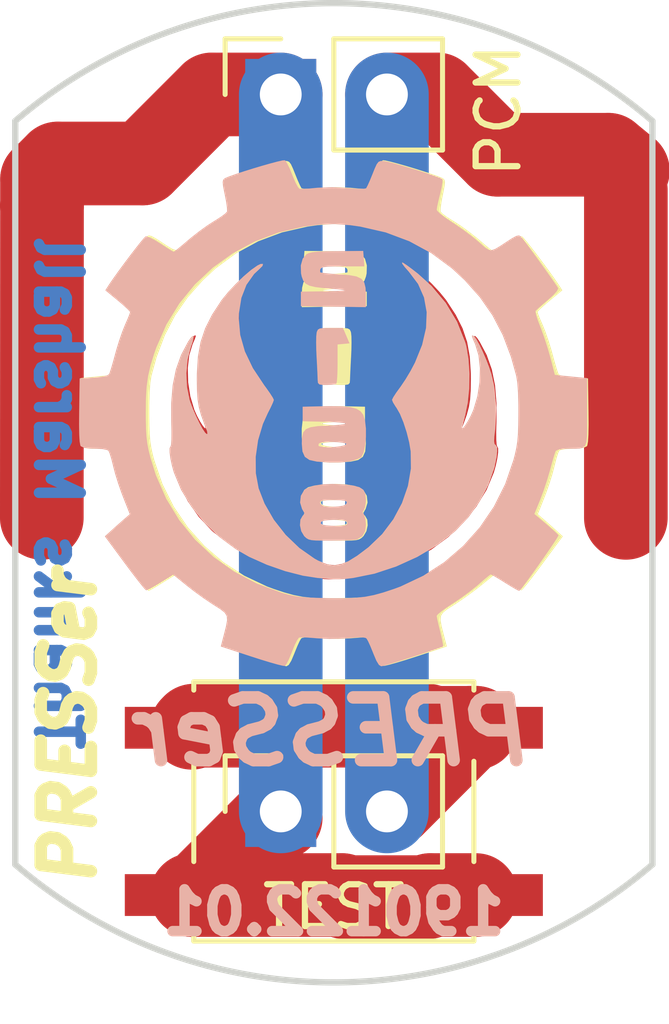
<source format=kicad_pcb>
(kicad_pcb (version 20171130) (host pcbnew "(5.0.2)-1")

  (general
    (thickness 1.6)
    (drawings 11)
    (tracks 29)
    (zones 0)
    (modules 8)
    (nets 3)
  )

  (page A4)
  (layers
    (0 F.Cu signal)
    (31 B.Cu signal)
    (32 B.Adhes user)
    (33 F.Adhes user)
    (34 B.Paste user)
    (35 F.Paste user)
    (36 B.SilkS user)
    (37 F.SilkS user)
    (38 B.Mask user)
    (39 F.Mask user)
    (40 Dwgs.User user)
    (41 Cmts.User user)
    (42 Eco1.User user)
    (43 Eco2.User user)
    (44 Edge.Cuts user)
    (45 Margin user)
    (46 B.CrtYd user)
    (47 F.CrtYd user hide)
    (48 B.Fab user)
    (49 F.Fab user)
  )

  (setup
    (last_trace_width 2)
    (trace_clearance 0.2)
    (zone_clearance 0.508)
    (zone_45_only no)
    (trace_min 0.2)
    (segment_width 0.2)
    (edge_width 0.15)
    (via_size 0.8)
    (via_drill 0.4)
    (via_min_size 0.4)
    (via_min_drill 0.3)
    (uvia_size 0.3)
    (uvia_drill 0.1)
    (uvias_allowed no)
    (uvia_min_size 0.2)
    (uvia_min_drill 0.1)
    (pcb_text_width 0.3)
    (pcb_text_size 1.5 1.5)
    (mod_edge_width 0.15)
    (mod_text_size 1 1)
    (mod_text_width 0.15)
    (pad_size 1.524 1.524)
    (pad_drill 0.762)
    (pad_to_mask_clearance 0.051)
    (solder_mask_min_width 0.25)
    (aux_axis_origin 0 0)
    (visible_elements 7FFFFFFF)
    (pcbplotparams
      (layerselection 0x010fc_ffffffff)
      (usegerberextensions false)
      (usegerberattributes false)
      (usegerberadvancedattributes false)
      (creategerberjobfile false)
      (excludeedgelayer true)
      (linewidth 0.100000)
      (plotframeref false)
      (viasonmask false)
      (mode 1)
      (useauxorigin false)
      (hpglpennumber 1)
      (hpglpenspeed 20)
      (hpglpendiameter 15.000000)
      (psnegative false)
      (psa4output false)
      (plotreference true)
      (plotvalue true)
      (plotinvisibletext false)
      (padsonsilk false)
      (subtractmaskfromsilk false)
      (outputformat 1)
      (mirror false)
      (drillshape 1)
      (scaleselection 1)
      (outputdirectory ""))
  )

  (net 0 "")
  (net 1 "Net-(J1-Pad2)")
  (net 2 "Net-(J1-Pad1)")

  (net_class Default "This is the default net class."
    (clearance 0.2)
    (trace_width 2)
    (via_dia 0.8)
    (via_drill 0.4)
    (uvia_dia 0.3)
    (uvia_drill 0.1)
    (add_net "Net-(J1-Pad1)")
    (add_net "Net-(J1-Pad2)")
  )

  (module Connector_PinSocket_2.54mm:PinSocket_1x02_P2.54mm_Vertical (layer F.Cu) (tedit 5C27F509) (tstamp 5C3566DC)
    (at 138.43 96.52 90)
    (descr "Through hole straight socket strip, 1x02, 2.54mm pitch, single row (from Kicad 4.0.7), script generated")
    (tags "Through hole socket strip THT 1x02 2.54mm single row")
    (path /5C27DFAF)
    (fp_text reference J1 (at 0 -2.77 90) (layer F.SilkS) hide
      (effects (font (size 1 1) (thickness 0.15)))
    )
    (fp_text value TEST (at 0 5.31 90) (layer F.Fab)
      (effects (font (size 1 1) (thickness 0.15)))
    )
    (fp_text user %R (at 0 1.27 180) (layer F.Fab)
      (effects (font (size 1 1) (thickness 0.15)))
    )
    (fp_line (start -1.8 4.3) (end -1.8 -1.8) (layer F.CrtYd) (width 0.05))
    (fp_line (start 1.75 4.3) (end -1.8 4.3) (layer F.CrtYd) (width 0.05))
    (fp_line (start 1.75 -1.8) (end 1.75 4.3) (layer F.CrtYd) (width 0.05))
    (fp_line (start -1.8 -1.8) (end 1.75 -1.8) (layer F.CrtYd) (width 0.05))
    (fp_line (start 0 -1.33) (end 1.33 -1.33) (layer F.SilkS) (width 0.12))
    (fp_line (start 1.33 -1.33) (end 1.33 0) (layer F.SilkS) (width 0.12))
    (fp_line (start 1.33 1.27) (end 1.33 3.87) (layer F.SilkS) (width 0.12))
    (fp_line (start -1.33 3.87) (end 1.33 3.87) (layer F.SilkS) (width 0.12))
    (fp_line (start -1.33 1.27) (end -1.33 3.87) (layer F.SilkS) (width 0.12))
    (fp_line (start -1.33 1.27) (end 1.33 1.27) (layer F.SilkS) (width 0.12))
    (fp_line (start -1.27 3.81) (end -1.27 -1.27) (layer F.Fab) (width 0.1))
    (fp_line (start 1.27 3.81) (end -1.27 3.81) (layer F.Fab) (width 0.1))
    (fp_line (start 1.27 -0.635) (end 1.27 3.81) (layer F.Fab) (width 0.1))
    (fp_line (start 0.635 -1.27) (end 1.27 -0.635) (layer F.Fab) (width 0.1))
    (fp_line (start -1.27 -1.27) (end 0.635 -1.27) (layer F.Fab) (width 0.1))
    (pad 2 thru_hole oval (at 0 2.54 90) (size 1.7 1.7) (drill 1) (layers *.Cu *.Mask)
      (net 1 "Net-(J1-Pad2)"))
    (pad 1 thru_hole rect (at 0 0 90) (size 1.7 1.7) (drill 1) (layers *.Cu *.Mask)
      (net 2 "Net-(J1-Pad1)"))
  )

  (module Connector_PinSocket_2.54mm:PinSocket_1x02_P2.54mm_Vertical (layer F.Cu) (tedit 5C2800A6) (tstamp 5C7EF313)
    (at 138.43 79.375 90)
    (descr "Through hole straight socket strip, 1x02, 2.54mm pitch, single row (from Kicad 4.0.7), script generated")
    (tags "Through hole socket strip THT 1x02 2.54mm single row")
    (path /5C27DD4F)
    (fp_text reference PCM (at -0.381 5.207 270) (layer F.SilkS)
      (effects (font (size 1 1) (thickness 0.15)))
    )
    (fp_text value PCM (at 0 5.31 90) (layer F.Fab)
      (effects (font (size 1 1) (thickness 0.15)))
    )
    (fp_line (start -1.27 -1.27) (end 0.635 -1.27) (layer F.Fab) (width 0.1))
    (fp_line (start 0.635 -1.27) (end 1.27 -0.635) (layer F.Fab) (width 0.1))
    (fp_line (start 1.27 -0.635) (end 1.27 3.81) (layer F.Fab) (width 0.1))
    (fp_line (start 1.27 3.81) (end -1.27 3.81) (layer F.Fab) (width 0.1))
    (fp_line (start -1.27 3.81) (end -1.27 -1.27) (layer F.Fab) (width 0.1))
    (fp_line (start -1.33 1.27) (end 1.33 1.27) (layer F.SilkS) (width 0.12))
    (fp_line (start -1.33 1.27) (end -1.33 3.87) (layer F.SilkS) (width 0.12))
    (fp_line (start -1.33 3.87) (end 1.33 3.87) (layer F.SilkS) (width 0.12))
    (fp_line (start 1.33 1.27) (end 1.33 3.87) (layer F.SilkS) (width 0.12))
    (fp_line (start 1.33 -1.33) (end 1.33 0) (layer F.SilkS) (width 0.12))
    (fp_line (start 0 -1.33) (end 1.33 -1.33) (layer F.SilkS) (width 0.12))
    (fp_line (start -1.8 -1.8) (end 1.75 -1.8) (layer F.CrtYd) (width 0.05))
    (fp_line (start 1.75 -1.8) (end 1.75 4.3) (layer F.CrtYd) (width 0.05))
    (fp_line (start 1.75 4.3) (end -1.8 4.3) (layer F.CrtYd) (width 0.05))
    (fp_line (start -1.8 4.3) (end -1.8 -1.8) (layer F.CrtYd) (width 0.05))
    (fp_text user %R (at 0 1.27 180) (layer F.Fab)
      (effects (font (size 1 1) (thickness 0.15)))
    )
    (pad 1 thru_hole rect (at 0 0 90) (size 1.7 1.7) (drill 1) (layers *.Cu *.Mask)
      (net 2 "Net-(J1-Pad1)"))
    (pad 2 thru_hole oval (at 0 2.54 90) (size 1.7 1.7) (drill 1) (layers *.Cu *.Mask)
      (net 1 "Net-(J1-Pad2)"))
  )

  (module Button_Switch_SMD:SW_SPST_EVQQ2 (layer F.Cu) (tedit 5C27F505) (tstamp 5C7EF088)
    (at 139.7 96.52)
    (descr "Light Touch Switch, https://industrial.panasonic.com/cdbs/www-data/pdf/ATK0000/ATK0000CE28.pdf")
    (path /5C27F20D)
    (attr smd)
    (fp_text reference TEST (at 0 2.286) (layer F.SilkS)
      (effects (font (size 1 1) (thickness 0.15)))
    )
    (fp_text value TEST (at 0 4.25) (layer F.Fab)
      (effects (font (size 1 1) (thickness 0.15)))
    )
    (fp_line (start -3.25 -3) (end 3.25 -3) (layer F.Fab) (width 0.1))
    (fp_line (start 3.25 -3) (end 3.25 3) (layer F.Fab) (width 0.1))
    (fp_line (start 3.25 3) (end -3.25 3) (layer F.Fab) (width 0.1))
    (fp_line (start -3.25 3) (end -3.25 -3) (layer F.Fab) (width 0.1))
    (fp_text user %R (at 0.05 -3.95) (layer F.Fab)
      (effects (font (size 1 1) (thickness 0.15)))
    )
    (fp_line (start -5.25 -3.25) (end 5.25 -3.25) (layer F.CrtYd) (width 0.05))
    (fp_line (start 5.25 -3.25) (end 5.25 3.25) (layer F.CrtYd) (width 0.05))
    (fp_line (start 5.25 3.25) (end -5.25 3.25) (layer F.CrtYd) (width 0.05))
    (fp_line (start -5.25 3.25) (end -5.25 -3.25) (layer F.CrtYd) (width 0.05))
    (fp_line (start 3.35 -3.1) (end 3.35 -2.9) (layer F.SilkS) (width 0.12))
    (fp_line (start 3.35 3.1) (end 3.35 2.9) (layer F.SilkS) (width 0.12))
    (fp_line (start -3.35 3.1) (end -3.35 2.9) (layer F.SilkS) (width 0.12))
    (fp_line (start -3.35 -3.1) (end -3.35 -2.9) (layer F.SilkS) (width 0.12))
    (fp_line (start -3.35 -1.2) (end -3.35 1.2) (layer F.SilkS) (width 0.12))
    (fp_line (start 3.35 -1.2) (end 3.35 1.2) (layer F.SilkS) (width 0.12))
    (fp_line (start 3.35 -3.1) (end -3.35 -3.1) (layer F.SilkS) (width 0.12))
    (fp_line (start -3.35 3.1) (end 3.35 3.1) (layer F.SilkS) (width 0.12))
    (fp_circle (center 0 0) (end 1.9 0) (layer F.Fab) (width 0.1))
    (fp_circle (center 0 0) (end 1.5 0) (layer F.Fab) (width 0.1))
    (pad 1 smd rect (at 3.4 -2) (size 3.2 1) (layers F.Cu F.Paste F.Mask)
      (net 1 "Net-(J1-Pad2)"))
    (pad 1 smd rect (at -3.4 -2) (size 3.2 1) (layers F.Cu F.Paste F.Mask)
      (net 1 "Net-(J1-Pad2)"))
    (pad 2 smd rect (at -3.4 2) (size 3.2 1) (layers F.Cu F.Paste F.Mask)
      (net 2 "Net-(J1-Pad1)"))
    (pad 2 smd rect (at 3.4 2) (size 3.2 1) (layers F.Cu F.Paste F.Mask)
      (net 2 "Net-(J1-Pad1)"))
    (model ${KISYS3DMOD}/Button_Switch_SMD.3dshapes/SW_SPST_EVQQ2.wrl
      (at (xyz 0 0 0))
      (scale (xyz 1 1 1))
      (rotate (xyz 0 0 0))
    )
  )

  (module small_gear_footprints:12mm_gear (layer F.Cu) (tedit 0) (tstamp 5C667004)
    (at 139.7 86.995)
    (fp_text reference G*** (at 0 0) (layer F.SilkS) hide
      (effects (font (size 1.524 1.524) (thickness 0.3)))
    )
    (fp_text value LOGO (at 0.75 0) (layer F.SilkS) hide
      (effects (font (size 1.524 1.524) (thickness 0.3)))
    )
    (fp_poly (pts (xy -0.075637 -3.868803) (xy 0.185473 -3.864867) (xy 0.375518 -3.856708) (xy 0.508052 -3.842986)
      (xy 0.596627 -3.822362) (xy 0.64945 -3.797127) (xy 0.740122 -3.69039) (xy 0.785218 -3.531415)
      (xy 0.780039 -3.342108) (xy 0.76352 -3.265314) (xy 0.727543 -3.168759) (xy 0.67059 -3.099223)
      (xy 0.578625 -3.050782) (xy 0.437611 -3.017513) (xy 0.233509 -2.993494) (xy 0.092876 -2.982339)
      (xy -0.075064 -2.968156) (xy -0.202923 -2.953338) (xy -0.273395 -2.940112) (xy -0.281275 -2.934164)
      (xy -0.233728 -2.92603) (xy -0.118477 -2.918275) (xy 0.047519 -2.911747) (xy 0.247299 -2.907291)
      (xy 0.260848 -2.907096) (xy 0.783166 -2.899833) (xy 0.783166 -2.561166) (xy -0.762 -2.53809)
      (xy -0.762 -2.816136) (xy -0.754373 -2.994953) (xy -0.723264 -3.122555) (xy -0.656335 -3.208681)
      (xy -0.541248 -3.263069) (xy -0.365665 -3.295458) (xy -0.130232 -3.314804) (xy 0.053414 -3.327763)
      (xy 0.203405 -3.341682) (xy 0.30102 -3.354625) (xy 0.328357 -3.362246) (xy 0.333582 -3.414096)
      (xy 0.324058 -3.448341) (xy 0.299485 -3.476656) (xy 0.242403 -3.495684) (xy 0.139188 -3.507083)
      (xy -0.023785 -3.51251) (xy -0.212773 -3.513666) (xy -0.724535 -3.513666) (xy -0.711518 -3.693583)
      (xy -0.6985 -3.8735) (xy -0.075637 -3.868803)) (layer F.SilkS) (width 0.01))
    (fp_poly (pts (xy 0.238101 -2.030107) (xy 0.32963 -2.019909) (xy 0.376912 -1.994632) (xy 0.400152 -1.947498)
      (xy 0.406709 -1.923136) (xy 0.415787 -1.836233) (xy 0.418586 -1.688167) (xy 0.415024 -1.502217)
      (xy 0.408715 -1.362219) (xy 0.398018 -1.162447) (xy 0.389306 -0.983274) (xy 0.38369 -0.848465)
      (xy 0.382199 -0.79375) (xy 0.375519 -0.723904) (xy 0.342529 -0.689627) (xy 0.26096 -0.678326)
      (xy 0.176388 -0.677333) (xy 0.05098 -0.682733) (xy -0.036355 -0.696452) (xy -0.056445 -0.705555)
      (xy -0.067968 -0.75706) (xy -0.077219 -0.874504) (xy -0.083109 -1.039171) (xy -0.084667 -1.189833)
      (xy -0.084667 -1.645889) (xy -0.226642 -1.659028) (xy -0.368616 -1.672166) (xy -0.291878 -1.852083)
      (xy -0.215139 -2.032) (xy 0.082124 -2.032) (xy 0.238101 -2.030107)) (layer F.SilkS) (width 0.01))
    (fp_poly (pts (xy 0.221064 -0.160062) (xy 0.740833 -0.148166) (xy 0.740833 0.1905) (xy 0.22225 0.202386)
      (xy 0.023948 0.209701) (xy -0.139347 0.220996) (xy -0.251443 0.23477) (xy -0.296146 0.24952)
      (xy -0.296334 0.250502) (xy -0.256934 0.266884) (xy -0.150435 0.282764) (xy 0.005609 0.296049)
      (xy 0.144764 0.303059) (xy 0.386015 0.316606) (xy 0.555201 0.342138) (xy 0.664857 0.388247)
      (xy 0.727517 0.463529) (xy 0.755715 0.576575) (xy 0.762 0.726228) (xy 0.74603 0.917113)
      (xy 0.689907 1.042516) (xy 0.581312 1.116913) (xy 0.407922 1.154784) (xy 0.396189 1.156102)
      (xy 0.098913 1.177357) (xy -0.167072 1.175104) (xy -0.382337 1.150049) (xy -0.4794 1.124248)
      (xy -0.583828 1.084519) (xy -0.64694 1.056251) (xy -0.653583 1.051656) (xy -0.707375 0.941403)
      (xy -0.74429 0.77378) (xy -0.747415 0.740834) (xy -0.307956 0.740834) (xy -0.262107 0.772555)
      (xy -0.156943 0.797496) (xy -0.017662 0.814021) (xy 0.130543 0.820495) (xy 0.262473 0.815284)
      (xy 0.352935 0.796752) (xy 0.372142 0.784968) (xy 0.369732 0.738908) (xy 0.352909 0.716976)
      (xy 0.294158 0.696994) (xy 0.183992 0.686635) (xy 0.046299 0.685038) (xy -0.095037 0.691338)
      (xy -0.216126 0.704675) (xy -0.293083 0.724186) (xy -0.307956 0.740834) (xy -0.747415 0.740834)
      (xy -0.763186 0.574608) (xy -0.762924 0.369708) (xy -0.742361 0.184903) (xy -0.700355 0.046013)
      (xy -0.698218 0.041787) (xy -0.636619 -0.039547) (xy -0.541113 -0.098203) (xy -0.400605 -0.136617)
      (xy -0.204002 -0.157225) (xy 0.059791 -0.162462) (xy 0.221064 -0.160062)) (layer F.SilkS) (width 0.01))
    (fp_poly (pts (xy 0.291074 1.709223) (xy 0.506017 1.747104) (xy 0.659361 1.80871) (xy 0.704428 1.84358)
      (xy 0.78435 1.978105) (xy 0.802432 2.138954) (xy 0.75597 2.291857) (xy 0.741611 2.314376)
      (xy 0.701376 2.386568) (xy 0.717261 2.433675) (xy 0.741611 2.455979) (xy 0.795322 2.549533)
      (xy 0.805531 2.682267) (xy 0.77492 2.822399) (xy 0.706169 2.938148) (xy 0.700424 2.944091)
      (xy 0.653535 2.986876) (xy 0.603017 3.015828) (xy 0.532429 3.03351) (xy 0.425333 3.042482)
      (xy 0.265287 3.045305) (xy 0.05484 3.044658) (xy -0.155427 3.041635) (xy -0.338151 3.035796)
      (xy -0.474914 3.027954) (xy -0.547301 3.018921) (xy -0.550334 3.017967) (xy -0.678006 2.940998)
      (xy -0.745437 2.818566) (xy -0.762 2.668906) (xy -0.75824 2.62204) (xy -0.332997 2.62204)
      (xy -0.318679 2.665094) (xy -0.257895 2.691311) (xy -0.123301 2.702445) (xy 0.014183 2.700532)
      (xy 0.179051 2.689756) (xy 0.274009 2.67167) (xy 0.313732 2.642604) (xy 0.3175 2.624667)
      (xy 0.297473 2.588684) (xy 0.2276 2.56573) (xy 0.093192 2.551976) (xy 0.025363 2.548504)
      (xy -0.173608 2.549581) (xy -0.292551 2.573921) (xy -0.332997 2.62204) (xy -0.75824 2.62204)
      (xy -0.751653 2.539966) (xy -0.725547 2.443847) (xy -0.7112 2.421467) (xy -0.682198 2.36386)
      (xy -0.7112 2.319867) (xy -0.741461 2.249547) (xy -0.759642 2.129981) (xy -0.759994 2.120535)
      (xy -0.316698 2.120535) (xy -0.306808 2.165318) (xy -0.290783 2.186855) (xy -0.224184 2.21761)
      (xy -0.103708 2.237514) (xy 0.040355 2.244893) (xy 0.177713 2.23807) (xy 0.271704 2.217971)
      (xy 0.330096 2.165369) (xy 0.338666 2.133304) (xy 0.317513 2.101295) (xy 0.244951 2.082717)
      (xy 0.107326 2.074977) (xy 0.028222 2.074334) (xy -0.15859 2.078361) (xy -0.270427 2.092656)
      (xy -0.316698 2.120535) (xy -0.759994 2.120535) (xy -0.762 2.066843) (xy -0.749652 1.93215)
      (xy -0.703811 1.838484) (xy -0.611287 1.776389) (xy -0.458888 1.736413) (xy -0.267201 1.712257)
      (xy 0.028635 1.696972) (xy 0.291074 1.709223)) (layer F.SilkS) (width 0.01))
    (fp_poly (pts (xy 1.23083 -6.03667) (xy 1.350842 -6.009437) (xy 1.51801 -5.96521) (xy 1.715788 -5.908988)
      (xy 1.92763 -5.845767) (xy 2.136987 -5.780545) (xy 2.327314 -5.718319) (xy 2.482064 -5.664087)
      (xy 2.58469 -5.622846) (xy 2.612985 -5.607466) (xy 2.643002 -5.575621) (xy 2.654347 -5.524941)
      (xy 2.646545 -5.436721) (xy 2.619123 -5.29226) (xy 2.603096 -5.217047) (xy 2.571244 -5.051159)
      (xy 2.552097 -4.913466) (xy 2.548715 -4.827588) (xy 2.551143 -4.815688) (xy 2.596448 -4.76786)
      (xy 2.696212 -4.693804) (xy 2.830631 -4.607956) (xy 2.859694 -4.590779) (xy 3.023686 -4.485235)
      (xy 3.217077 -4.345968) (xy 3.407251 -4.196891) (xy 3.477185 -4.138083) (xy 3.616735 -4.019439)
      (xy 3.731864 -3.924862) (xy 3.80813 -3.866021) (xy 3.830857 -3.852333) (xy 3.874059 -3.87421)
      (xy 3.969491 -3.932467) (xy 4.099253 -4.01605) (xy 4.14757 -4.047978) (xy 4.289485 -4.135527)
      (xy 4.409291 -4.197051) (xy 4.486796 -4.222586) (xy 4.499357 -4.221533) (xy 4.53991 -4.18257)
      (xy 4.619569 -4.088126) (xy 4.72819 -3.951591) (xy 4.855628 -3.786349) (xy 4.991737 -3.605789)
      (xy 5.126373 -3.423299) (xy 5.24939 -3.252264) (xy 5.350644 -3.106074) (xy 5.390564 -3.045505)
      (xy 5.460137 -2.937177) (xy 5.164235 -2.693747) (xy 5.033514 -2.582691) (xy 4.932329 -2.490033)
      (xy 4.875502 -2.429671) (xy 4.868333 -2.416347) (xy 4.884704 -2.363364) (xy 4.927727 -2.256319)
      (xy 4.988265 -2.117882) (xy 4.991377 -2.111009) (xy 5.057887 -1.94566) (xy 5.13144 -1.73353)
      (xy 5.199982 -1.510321) (xy 5.225596 -1.417237) (xy 5.275619 -1.233573) (xy 5.321435 -1.076742)
      (xy 5.356819 -0.967472) (xy 5.371512 -0.931333) (xy 5.424633 -0.893053) (xy 5.541921 -0.865747)
      (xy 5.733353 -0.847127) (xy 5.740543 -0.846666) (xy 6.074833 -0.8255) (xy 6.086391 -0.047845)
      (xy 6.088811 0.272495) (xy 6.085192 0.512582) (xy 6.075347 0.676627) (xy 6.05909 0.768841)
      (xy 6.049457 0.788238) (xy 5.969521 0.82651) (xy 5.80905 0.844852) (xy 5.715 0.846667)
      (xy 5.538376 0.854877) (xy 5.422625 0.877996) (xy 5.386969 0.899584) (xy 5.357923 0.964652)
      (xy 5.319829 1.087936) (xy 5.280222 1.244622) (xy 5.274499 1.27) (xy 5.226151 1.454042)
      (xy 5.156161 1.678702) (xy 5.076424 1.906857) (xy 5.039656 2.002991) (xy 4.875218 2.418482)
      (xy 5.007392 2.532158) (xy 5.120957 2.63146) (xy 5.253386 2.749471) (xy 5.305642 2.796672)
      (xy 5.471717 2.94751) (xy 4.997009 3.590422) (xy 4.846584 3.791777) (xy 4.712092 3.967326)
      (xy 4.601921 4.106484) (xy 4.524454 4.198668) (xy 4.488076 4.233294) (xy 4.487662 4.233334)
      (xy 4.437987 4.212456) (xy 4.335734 4.156827) (xy 4.19988 4.076954) (xy 4.147888 4.045205)
      (xy 3.842754 3.857077) (xy 3.51923 4.120412) (xy 3.329201 4.267754) (xy 3.113608 4.423777)
      (xy 2.912129 4.559993) (xy 2.867853 4.588088) (xy 2.709422 4.689039) (xy 2.608496 4.769454)
      (xy 2.557481 4.85041) (xy 2.548784 4.95298) (xy 2.574812 5.098241) (xy 2.619925 5.276243)
      (xy 2.6984 5.57832) (xy 1.961789 5.820045) (xy 1.72432 5.896028) (xy 1.512953 5.959989)
      (xy 1.341405 6.00807) (xy 1.223394 6.036418) (xy 1.173505 6.041614) (xy 1.135454 5.994726)
      (xy 1.080648 5.888322) (xy 1.01943 5.743096) (xy 1.004275 5.702987) (xy 0.942738 5.551121)
      (xy 0.884524 5.432796) (xy 0.840149 5.368777) (xy 0.832466 5.363698) (xy 0.767805 5.358355)
      (xy 0.641958 5.362013) (xy 0.477822 5.373776) (xy 0.409036 5.3803) (xy 0.099703 5.396221)
      (xy -0.228599 5.387547) (xy -0.350455 5.377338) (xy -0.550969 5.359877) (xy -0.682207 5.357364)
      (xy -0.758294 5.370156) (xy -0.78629 5.388395) (xy -0.822625 5.451062) (xy -0.877 5.569622)
      (xy -0.938656 5.720351) (xy -0.948814 5.74675) (xy -1.022011 5.920113) (xy -1.082055 6.018467)
      (xy -1.133733 6.049548) (xy -1.136158 6.049476) (xy -1.198228 6.035434) (xy -1.325872 5.999177)
      (xy -1.504308 5.945156) (xy -1.718753 5.877824) (xy -1.898067 5.820048) (xy -2.125587 5.74529)
      (xy -2.323686 5.67895) (xy -2.478898 5.62564) (xy -2.577753 5.58997) (xy -2.607208 5.577237)
      (xy -2.605624 5.53099) (xy -2.585878 5.423614) (xy -2.551935 5.275707) (xy -2.540058 5.228393)
      (xy -2.500298 5.066902) (xy -2.470545 4.934571) (xy -2.45599 4.85483) (xy -2.455334 4.845897)
      (xy -2.489063 4.803341) (xy -2.580191 4.728659) (xy -2.713634 4.633476) (xy -2.830258 4.556991)
      (xy -3.026029 4.425681) (xy -3.229564 4.277407) (xy -3.407506 4.136855) (xy -3.466859 4.085822)
      (xy -3.589908 3.978507) (xy -3.68842 3.897207) (xy -3.746031 3.855264) (xy -3.753215 3.852334)
      (xy -3.797693 3.873541) (xy -3.895689 3.930251) (xy -4.02956 4.012091) (xy -4.095324 4.053417)
      (xy -4.23859 4.142026) (xy -4.353114 4.208833) (xy -4.421617 4.243939) (xy -4.432812 4.246762)
      (xy -4.467746 4.209441) (xy -4.540332 4.116266) (xy -4.641303 3.980356) (xy -4.761389 3.814828)
      (xy -4.891324 3.632798) (xy -5.02184 3.447384) (xy -5.143669 3.271703) (xy -5.247543 3.118873)
      (xy -5.324194 3.00201) (xy -5.364355 2.934233) (xy -5.368012 2.923117) (xy -5.33179 2.882715)
      (xy -5.246096 2.802814) (xy -5.12669 2.697888) (xy -5.072978 2.65212) (xy -4.790789 2.41374)
      (xy -4.9331 2.06412) (xy -5.014145 1.847705) (xy -5.09725 1.597832) (xy -5.166179 1.363709)
      (xy -5.174159 1.3335) (xy -5.221085 1.160131) (xy -5.26393 1.015397) (xy -5.296145 0.920866)
      (xy -5.305953 0.899584) (xy -5.370853 0.867317) (xy -5.511276 0.849678) (xy -5.62937 0.846667)
      (xy -5.772415 0.847719) (xy -5.879234 0.843726) (xy -5.955084 0.823961) (xy -6.005225 0.777699)
      (xy -6.034913 0.694215) (xy -6.049408 0.562782) (xy -6.053966 0.372676) (xy -6.053847 0.113171)
      (xy -6.053722 0.021167) (xy -4.418805 0.021167) (xy -4.415382 0.294975) (xy -4.407578 0.506604)
      (xy -4.39297 0.678519) (xy -4.369136 0.833185) (xy -4.333655 0.993067) (xy -4.300127 1.121834)
      (xy -4.102035 1.698138) (xy -3.831683 2.236973) (xy -3.494853 2.732097) (xy -3.097326 3.177271)
      (xy -2.644883 3.566255) (xy -2.143306 3.892808) (xy -1.598375 4.150692) (xy -1.439334 4.209562)
      (xy -1.183071 4.294377) (xy -0.959066 4.355895) (xy -0.745086 4.397186) (xy -0.5189 4.421321)
      (xy -0.258278 4.43137) (xy 0.059014 4.430405) (xy 0.148166 4.428835) (xy 0.427847 4.421963)
      (xy 0.64282 4.412284) (xy 0.813044 4.397479) (xy 0.958477 4.375227) (xy 1.099078 4.343209)
      (xy 1.248833 4.30089) (xy 1.842023 4.081613) (xy 2.387663 3.794458) (xy 2.881714 3.443566)
      (xy 3.32014 3.033082) (xy 3.698903 2.567148) (xy 4.013966 2.049907) (xy 4.261291 1.485503)
      (xy 4.388028 1.0795) (xy 4.433403 0.897098) (xy 4.464993 0.735531) (xy 4.485309 0.571268)
      (xy 4.496861 0.380779) (xy 4.502161 0.140534) (xy 4.503225 0) (xy 4.499645 -0.344995)
      (xy 4.482373 -0.632298) (xy 4.447145 -0.888355) (xy 4.389698 -1.139615) (xy 4.305768 -1.412525)
      (xy 4.249485 -1.573888) (xy 4.009236 -2.121039) (xy 3.699498 -2.625206) (xy 3.326494 -3.081295)
      (xy 2.896449 -3.484214) (xy 2.415587 -3.828872) (xy 1.890132 -4.110175) (xy 1.326308 -4.323032)
      (xy 0.730339 -4.462351) (xy 0.71613 -4.464678) (xy 0.326531 -4.513881) (xy -0.029518 -4.525128)
      (xy -0.394149 -4.498418) (xy -0.631465 -4.464678) (xy -1.240607 -4.325883) (xy -1.808279 -4.113386)
      (xy -2.336245 -3.82628) (xy -2.826273 -3.463657) (xy -3.133329 -3.178926) (xy -3.497324 -2.770007)
      (xy -3.7982 -2.337211) (xy -4.043586 -1.86638) (xy -4.241111 -1.343354) (xy -4.367117 -0.889)
      (xy -4.392961 -0.724405) (xy -4.410273 -0.485694) (xy -4.418473 -0.183044) (xy -4.418805 0.021167)
      (xy -6.053722 0.021167) (xy -6.053667 -0.018825) (xy -6.053667 -0.832926) (xy -5.668119 -0.871546)
      (xy -5.282572 -0.910166) (xy -5.178991 -1.312333) (xy -5.114138 -1.540736) (xy -5.034252 -1.788793)
      (xy -4.954111 -2.011257) (xy -4.934989 -2.059486) (xy -4.874853 -2.218455) (xy -4.834004 -2.348813)
      (xy -4.818441 -2.43029) (xy -4.820867 -2.445027) (xy -4.864034 -2.489528) (xy -4.955407 -2.571816)
      (xy -5.077491 -2.676273) (xy -5.114735 -2.707317) (xy -5.246406 -2.825154) (xy -5.332349 -2.920336)
      (xy -5.361677 -2.98055) (xy -5.360636 -2.985513) (xy -5.33033 -3.034921) (xy -5.259742 -3.138386)
      (xy -5.158967 -3.281919) (xy -5.038105 -3.451533) (xy -4.907252 -3.633239) (xy -4.776506 -3.813048)
      (xy -4.655964 -3.976972) (xy -4.555724 -4.111022) (xy -4.485883 -4.20121) (xy -4.465796 -4.225176)
      (xy -4.425675 -4.246263) (xy -4.361434 -4.231076) (xy -4.2567 -4.173612) (xy -4.165896 -4.11521)
      (xy -3.988694 -3.997999) (xy -3.864747 -3.923773) (xy -3.774853 -3.891713) (xy -3.699815 -3.901001)
      (xy -3.62043 -3.950819) (xy -3.517498 -4.040347) (xy -3.467302 -4.085426) (xy -3.309947 -4.215508)
      (xy -3.112956 -4.363697) (xy -2.909724 -4.50527) (xy -2.830258 -4.55699) (xy -2.659984 -4.671398)
      (xy -2.534604 -4.768846) (xy -2.465711 -4.839848) (xy -2.456059 -4.863252) (xy -2.466636 -4.935645)
      (xy -2.493916 -5.064024) (xy -2.532364 -5.22268) (xy -2.539101 -5.248842) (xy -2.574512 -5.402581)
      (xy -2.593929 -5.523356) (xy -2.59404 -5.589259) (xy -2.591292 -5.594085) (xy -2.535131 -5.621589)
      (xy -2.414501 -5.666438) (xy -2.246522 -5.723361) (xy -2.048315 -5.787089) (xy -1.837002 -5.852351)
      (xy -1.629702 -5.913878) (xy -1.443538 -5.966401) (xy -1.295629 -6.004648) (xy -1.203098 -6.023351)
      (xy -1.193847 -6.024223) (xy -1.122871 -6.024628) (xy -1.07275 -6.005145) (xy -1.029915 -5.950006)
      (xy -0.980791 -5.84344) (xy -0.931159 -5.719012) (xy -0.869052 -5.567047) (xy -0.814998 -5.445973)
      (xy -0.778796 -5.377466) (xy -0.774041 -5.37144) (xy -0.719675 -5.36085) (xy -0.601444 -5.360273)
      (xy -0.439512 -5.369367) (xy -0.333579 -5.37893) (xy 0.039658 -5.399133) (xy 0.391845 -5.38459)
      (xy 0.424199 -5.381191) (xy 0.592495 -5.365306) (xy 0.730918 -5.357648) (xy 0.816001 -5.359339)
      (xy 0.827759 -5.361891) (xy 0.866272 -5.408585) (xy 0.922063 -5.514716) (xy 0.984657 -5.659731)
      (xy 1.000875 -5.70159) (xy 1.063598 -5.853503) (xy 1.122359 -5.972014) (xy 1.166644 -6.036518)
      (xy 1.174521 -6.041912) (xy 1.23083 -6.03667)) (layer F.SilkS) (width 0.01))
  )

  (module small_gear_footprints:12mm_wings_fcu (layer F.Cu) (tedit 5C27FDBF) (tstamp 5C72B075)
    (at 139.7 86.995)
    (fp_text reference G*** (at 0 0) (layer F.SilkS) hide
      (effects (font (size 1.524 1.524) (thickness 0.3)))
    )
    (fp_text value LOGO (at 0.75 0) (layer F.SilkS) hide
      (effects (font (size 1.524 1.524) (thickness 0.3)))
    )
    (fp_poly (pts (xy -1.642923 -3.57059) (xy -1.697262 -3.497556) (xy -1.787757 -3.394525) (xy -1.796335 -3.385315)
      (xy -2.018269 -3.090662) (xy -2.161303 -2.766446) (xy -2.225342 -2.414056) (xy -2.210291 -2.034883)
      (xy -2.116056 -1.630315) (xy -1.944841 -1.2065) (xy -1.841233 -1.010188) (xy -1.719028 -0.805378)
      (xy -1.602591 -0.632614) (xy -1.589181 -0.614666) (xy -1.496305 -0.486609) (xy -1.428091 -0.38168)
      (xy -1.397534 -0.320074) (xy -1.397 -0.315974) (xy -1.420396 -0.25595) (xy -1.478952 -0.16065)
      (xy -1.504157 -0.125207) (xy -1.586383 0.019352) (xy -1.669873 0.222239) (xy -1.746224 0.457668)
      (xy -1.807034 0.699855) (xy -1.84298 0.914659) (xy -1.848391 1.326336) (xy -1.776892 1.743322)
      (xy -1.634247 2.152663) (xy -1.426219 2.541403) (xy -1.158572 2.896587) (xy -0.837068 3.205259)
      (xy -0.816677 3.221631) (xy -0.559209 3.415189) (xy -0.343494 3.547933) (xy -0.15547 3.622718)
      (xy 0.018921 3.642397) (xy 0.193741 3.609824) (xy 0.383049 3.527851) (xy 0.465898 3.481917)
      (xy 0.826266 3.229227) (xy 1.154594 2.914213) (xy 1.437453 2.553773) (xy 1.661416 2.164805)
      (xy 1.803052 1.799167) (xy 1.870044 1.438792) (xy 1.873457 1.047316) (xy 1.815931 0.646402)
      (xy 1.700103 0.25771) (xy 1.584104 0.001386) (xy 1.513243 -0.138281) (xy 1.461646 -0.250768)
      (xy 1.43953 -0.313653) (xy 1.439333 -0.316321) (xy 1.463359 -0.367781) (xy 1.52763 -0.468281)
      (xy 1.620436 -0.600007) (xy 1.668467 -0.664831) (xy 1.940706 -1.074511) (xy 2.131811 -1.473984)
      (xy 2.243798 -1.868998) (xy 2.278684 -2.265303) (xy 2.273992 -2.391833) (xy 2.215816 -2.755594)
      (xy 2.094063 -3.069222) (xy 1.910761 -3.328321) (xy 1.788583 -3.442656) (xy 1.710113 -3.520989)
      (xy 1.699463 -3.564279) (xy 1.752017 -3.561797) (xy 1.824689 -3.526643) (xy 1.975269 -3.420919)
      (xy 2.155627 -3.267047) (xy 2.345193 -3.084948) (xy 2.5234 -2.894545) (xy 2.669678 -2.715761)
      (xy 2.688313 -2.69017) (xy 2.911199 -2.34925) (xy 3.074031 -2.026795) (xy 3.183844 -1.700135)
      (xy 3.247672 -1.346598) (xy 3.272549 -0.943515) (xy 3.27345 -0.804333) (xy 3.269176 -0.538582)
      (xy 3.25506 -0.327761) (xy 3.225508 -0.143782) (xy 3.174922 0.04144) (xy 3.097708 0.255993)
      (xy 3.026754 0.433917) (xy 3.019802 0.494423) (xy 3.038227 0.508) (xy 3.080934 0.471537)
      (xy 3.145256 0.374127) (xy 3.222138 0.233745) (xy 3.30253 0.068363) (xy 3.377378 -0.104047)
      (xy 3.437631 -0.265513) (xy 3.454006 -0.3175) (xy 3.515423 -0.624706) (xy 3.531914 -0.955083)
      (xy 3.504035 -1.276639) (xy 3.432394 -1.557257) (xy 3.377346 -1.720505) (xy 3.357813 -1.816993)
      (xy 3.372774 -1.843612) (xy 3.421207 -1.797249) (xy 3.481879 -1.707916) (xy 3.651682 -1.388123)
      (xy 3.773788 -1.044838) (xy 3.851085 -0.664415) (xy 3.886462 -0.233211) (xy 3.885258 0.197666)
      (xy 3.879482 0.449275) (xy 3.880996 0.639236) (xy 3.889546 0.760063) (xy 3.904881 0.804265)
      (xy 3.905637 0.804334) (xy 3.925725 0.841844) (xy 3.92463 0.94186) (xy 3.904879 1.085606)
      (xy 3.868998 1.254309) (xy 3.823043 1.418167) (xy 3.650546 1.832777) (xy 3.404489 2.236176)
      (xy 3.095972 2.615941) (xy 2.736094 2.959645) (xy 2.335955 3.254863) (xy 2.022691 3.433681)
      (xy 1.600594 3.6223) (xy 1.162426 3.775239) (xy 0.734888 3.884246) (xy 0.394325 3.936738)
      (xy 0.171919 3.95729) (xy 0.007102 3.968373) (xy -0.126671 3.970009) (xy -0.255943 3.962218)
      (xy -0.407259 3.94502) (xy -0.465667 3.937401) (xy -0.973905 3.834472) (xy -1.490255 3.663917)
      (xy -1.993247 3.435642) (xy -2.461408 3.15955) (xy -2.873266 2.845548) (xy -2.916987 2.806605)
      (xy -3.224873 2.480842) (xy -3.487669 2.108722) (xy -3.695005 1.708894) (xy -3.836508 1.300009)
      (xy -3.884138 1.067338) (xy -3.902908 0.913159) (xy -3.901141 0.822584) (xy -3.877757 0.776817)
      (xy -3.866988 0.769359) (xy -3.84038 0.738336) (xy -3.830126 0.673333) (xy -3.835774 0.557797)
      (xy -3.856332 0.379355) (xy -3.882309 -0.131395) (xy -3.831268 -0.639384) (xy -3.76643 -0.92553)
      (xy -3.712431 -1.093537) (xy -3.640588 -1.280698) (xy -3.559747 -1.467779) (xy -3.478756 -1.635544)
      (xy -3.406463 -1.764762) (xy -3.351714 -1.836198) (xy -3.345388 -1.840848) (xy -3.312671 -1.855801)
      (xy -3.30752 -1.834958) (xy -3.332739 -1.76425) (xy -3.384536 -1.644511) (xy -3.463652 -1.382778)
      (xy -3.498182 -1.072374) (xy -3.488815 -0.736171) (xy -3.436243 -0.397042) (xy -3.341155 -0.077859)
      (xy -3.33692 -0.066959) (xy -3.277812 0.065838) (xy -3.208977 0.194913) (xy -3.142381 0.300826)
      (xy -3.089988 0.36414) (xy -3.066915 0.371693) (xy -3.07072 0.327239) (xy -3.093565 0.222181)
      (xy -3.130829 0.077209) (xy -3.140737 0.041172) (xy -3.200496 -0.252745) (xy -3.2333 -0.5895)
      (xy -3.239161 -0.941408) (xy -3.218092 -1.280783) (xy -3.170105 -1.579937) (xy -3.139958 -1.693333)
      (xy -2.944253 -2.183437) (xy -2.674752 -2.633047) (xy -2.333689 -3.038922) (xy -2.012517 -3.328595)
      (xy -1.867619 -3.441627) (xy -1.745684 -3.531364) (xy -1.662548 -3.586455) (xy -1.636233 -3.598333)
      (xy -1.642923 -3.57059)) (layer F.Cu) (width 0.01))
  )

  (module small_gear_footprints:12mm_wings_fmask (layer F.Cu) (tedit 5C27FE22) (tstamp 5C7EEF3A)
    (at 139.7 86.995)
    (fp_text reference G*** (at 0 0) (layer F.SilkS) hide
      (effects (font (size 1.524 1.524) (thickness 0.3)))
    )
    (fp_text value LOGO (at 0.75 0) (layer F.SilkS) hide
      (effects (font (size 1.524 1.524) (thickness 0.3)))
    )
    (fp_poly (pts (xy -1.642923 -3.57059) (xy -1.697262 -3.497556) (xy -1.787757 -3.394525) (xy -1.796335 -3.385315)
      (xy -2.018269 -3.090662) (xy -2.161303 -2.766446) (xy -2.225342 -2.414056) (xy -2.210291 -2.034883)
      (xy -2.116056 -1.630315) (xy -1.944841 -1.2065) (xy -1.841233 -1.010188) (xy -1.719028 -0.805378)
      (xy -1.602591 -0.632614) (xy -1.589181 -0.614666) (xy -1.496305 -0.486609) (xy -1.428091 -0.38168)
      (xy -1.397534 -0.320074) (xy -1.397 -0.315974) (xy -1.420396 -0.25595) (xy -1.478952 -0.16065)
      (xy -1.504157 -0.125207) (xy -1.586383 0.019352) (xy -1.669873 0.222239) (xy -1.746224 0.457668)
      (xy -1.807034 0.699855) (xy -1.84298 0.914659) (xy -1.848391 1.326336) (xy -1.776892 1.743322)
      (xy -1.634247 2.152663) (xy -1.426219 2.541403) (xy -1.158572 2.896587) (xy -0.837068 3.205259)
      (xy -0.816677 3.221631) (xy -0.559209 3.415189) (xy -0.343494 3.547933) (xy -0.15547 3.622718)
      (xy 0.018921 3.642397) (xy 0.193741 3.609824) (xy 0.383049 3.527851) (xy 0.465898 3.481917)
      (xy 0.826266 3.229227) (xy 1.154594 2.914213) (xy 1.437453 2.553773) (xy 1.661416 2.164805)
      (xy 1.803052 1.799167) (xy 1.870044 1.438792) (xy 1.873457 1.047316) (xy 1.815931 0.646402)
      (xy 1.700103 0.25771) (xy 1.584104 0.001386) (xy 1.513243 -0.138281) (xy 1.461646 -0.250768)
      (xy 1.43953 -0.313653) (xy 1.439333 -0.316321) (xy 1.463359 -0.367781) (xy 1.52763 -0.468281)
      (xy 1.620436 -0.600007) (xy 1.668467 -0.664831) (xy 1.940706 -1.074511) (xy 2.131811 -1.473984)
      (xy 2.243798 -1.868998) (xy 2.278684 -2.265303) (xy 2.273992 -2.391833) (xy 2.215816 -2.755594)
      (xy 2.094063 -3.069222) (xy 1.910761 -3.328321) (xy 1.788583 -3.442656) (xy 1.710113 -3.520989)
      (xy 1.699463 -3.564279) (xy 1.752017 -3.561797) (xy 1.824689 -3.526643) (xy 1.975269 -3.420919)
      (xy 2.155627 -3.267047) (xy 2.345193 -3.084948) (xy 2.5234 -2.894545) (xy 2.669678 -2.715761)
      (xy 2.688313 -2.69017) (xy 2.911199 -2.34925) (xy 3.074031 -2.026795) (xy 3.183844 -1.700135)
      (xy 3.247672 -1.346598) (xy 3.272549 -0.943515) (xy 3.27345 -0.804333) (xy 3.269176 -0.538582)
      (xy 3.25506 -0.327761) (xy 3.225508 -0.143782) (xy 3.174922 0.04144) (xy 3.097708 0.255993)
      (xy 3.026754 0.433917) (xy 3.019802 0.494423) (xy 3.038227 0.508) (xy 3.080934 0.471537)
      (xy 3.145256 0.374127) (xy 3.222138 0.233745) (xy 3.30253 0.068363) (xy 3.377378 -0.104047)
      (xy 3.437631 -0.265513) (xy 3.454006 -0.3175) (xy 3.515423 -0.624706) (xy 3.531914 -0.955083)
      (xy 3.504035 -1.276639) (xy 3.432394 -1.557257) (xy 3.377346 -1.720505) (xy 3.357813 -1.816993)
      (xy 3.372774 -1.843612) (xy 3.421207 -1.797249) (xy 3.481879 -1.707916) (xy 3.651682 -1.388123)
      (xy 3.773788 -1.044838) (xy 3.851085 -0.664415) (xy 3.886462 -0.233211) (xy 3.885258 0.197666)
      (xy 3.879482 0.449275) (xy 3.880996 0.639236) (xy 3.889546 0.760063) (xy 3.904881 0.804265)
      (xy 3.905637 0.804334) (xy 3.925725 0.841844) (xy 3.92463 0.94186) (xy 3.904879 1.085606)
      (xy 3.868998 1.254309) (xy 3.823043 1.418167) (xy 3.650546 1.832777) (xy 3.404489 2.236176)
      (xy 3.095972 2.615941) (xy 2.736094 2.959645) (xy 2.335955 3.254863) (xy 2.022691 3.433681)
      (xy 1.600594 3.6223) (xy 1.162426 3.775239) (xy 0.734888 3.884246) (xy 0.394325 3.936738)
      (xy 0.171919 3.95729) (xy 0.007102 3.968373) (xy -0.126671 3.970009) (xy -0.255943 3.962218)
      (xy -0.407259 3.94502) (xy -0.465667 3.937401) (xy -0.973905 3.834472) (xy -1.490255 3.663917)
      (xy -1.993247 3.435642) (xy -2.461408 3.15955) (xy -2.873266 2.845548) (xy -2.916987 2.806605)
      (xy -3.224873 2.480842) (xy -3.487669 2.108722) (xy -3.695005 1.708894) (xy -3.836508 1.300009)
      (xy -3.884138 1.067338) (xy -3.902908 0.913159) (xy -3.901141 0.822584) (xy -3.877757 0.776817)
      (xy -3.866988 0.769359) (xy -3.84038 0.738336) (xy -3.830126 0.673333) (xy -3.835774 0.557797)
      (xy -3.856332 0.379355) (xy -3.882309 -0.131395) (xy -3.831268 -0.639384) (xy -3.76643 -0.92553)
      (xy -3.712431 -1.093537) (xy -3.640588 -1.280698) (xy -3.559747 -1.467779) (xy -3.478756 -1.635544)
      (xy -3.406463 -1.764762) (xy -3.351714 -1.836198) (xy -3.345388 -1.840848) (xy -3.312671 -1.855801)
      (xy -3.30752 -1.834958) (xy -3.332739 -1.76425) (xy -3.384536 -1.644511) (xy -3.463652 -1.382778)
      (xy -3.498182 -1.072374) (xy -3.488815 -0.736171) (xy -3.436243 -0.397042) (xy -3.341155 -0.077859)
      (xy -3.33692 -0.066959) (xy -3.277812 0.065838) (xy -3.208977 0.194913) (xy -3.142381 0.300826)
      (xy -3.089988 0.36414) (xy -3.066915 0.371693) (xy -3.07072 0.327239) (xy -3.093565 0.222181)
      (xy -3.130829 0.077209) (xy -3.140737 0.041172) (xy -3.200496 -0.252745) (xy -3.2333 -0.5895)
      (xy -3.239161 -0.941408) (xy -3.218092 -1.280783) (xy -3.170105 -1.579937) (xy -3.139958 -1.693333)
      (xy -2.944253 -2.183437) (xy -2.674752 -2.633047) (xy -2.333689 -3.038922) (xy -2.012517 -3.328595)
      (xy -1.867619 -3.441627) (xy -1.745684 -3.531364) (xy -1.662548 -3.586455) (xy -1.636233 -3.598333)
      (xy -1.642923 -3.57059)) (layer F.Mask) (width 0.01))
  )

  (module small_gear_footprints:12mm_gear (layer B.Cu) (tedit 0) (tstamp 5C7EF1A0)
    (at 139.7 86.995 180)
    (fp_text reference G*** (at 0 0 180) (layer B.SilkS) hide
      (effects (font (size 1.524 1.524) (thickness 0.3)) (justify mirror))
    )
    (fp_text value LOGO (at 0.75 0 180) (layer B.SilkS) hide
      (effects (font (size 1.524 1.524) (thickness 0.3)) (justify mirror))
    )
    (fp_poly (pts (xy -0.075637 3.868803) (xy 0.185473 3.864867) (xy 0.375518 3.856708) (xy 0.508052 3.842986)
      (xy 0.596627 3.822362) (xy 0.64945 3.797127) (xy 0.740122 3.69039) (xy 0.785218 3.531415)
      (xy 0.780039 3.342108) (xy 0.76352 3.265314) (xy 0.727543 3.168759) (xy 0.67059 3.099223)
      (xy 0.578625 3.050782) (xy 0.437611 3.017513) (xy 0.233509 2.993494) (xy 0.092876 2.982339)
      (xy -0.075064 2.968156) (xy -0.202923 2.953338) (xy -0.273395 2.940112) (xy -0.281275 2.934164)
      (xy -0.233728 2.92603) (xy -0.118477 2.918275) (xy 0.047519 2.911747) (xy 0.247299 2.907291)
      (xy 0.260848 2.907096) (xy 0.783166 2.899833) (xy 0.783166 2.561166) (xy -0.762 2.53809)
      (xy -0.762 2.816136) (xy -0.754373 2.994953) (xy -0.723264 3.122555) (xy -0.656335 3.208681)
      (xy -0.541248 3.263069) (xy -0.365665 3.295458) (xy -0.130232 3.314804) (xy 0.053414 3.327763)
      (xy 0.203405 3.341682) (xy 0.30102 3.354625) (xy 0.328357 3.362246) (xy 0.333582 3.414096)
      (xy 0.324058 3.448341) (xy 0.299485 3.476656) (xy 0.242403 3.495684) (xy 0.139188 3.507083)
      (xy -0.023785 3.51251) (xy -0.212773 3.513666) (xy -0.724535 3.513666) (xy -0.711518 3.693583)
      (xy -0.6985 3.8735) (xy -0.075637 3.868803)) (layer B.SilkS) (width 0.01))
    (fp_poly (pts (xy 0.238101 2.030107) (xy 0.32963 2.019909) (xy 0.376912 1.994632) (xy 0.400152 1.947498)
      (xy 0.406709 1.923136) (xy 0.415787 1.836233) (xy 0.418586 1.688167) (xy 0.415024 1.502217)
      (xy 0.408715 1.362219) (xy 0.398018 1.162447) (xy 0.389306 0.983274) (xy 0.38369 0.848465)
      (xy 0.382199 0.79375) (xy 0.375519 0.723904) (xy 0.342529 0.689627) (xy 0.26096 0.678326)
      (xy 0.176388 0.677333) (xy 0.05098 0.682733) (xy -0.036355 0.696452) (xy -0.056445 0.705555)
      (xy -0.067968 0.75706) (xy -0.077219 0.874504) (xy -0.083109 1.039171) (xy -0.084667 1.189833)
      (xy -0.084667 1.645889) (xy -0.226642 1.659028) (xy -0.368616 1.672166) (xy -0.291878 1.852083)
      (xy -0.215139 2.032) (xy 0.082124 2.032) (xy 0.238101 2.030107)) (layer B.SilkS) (width 0.01))
    (fp_poly (pts (xy 0.221064 0.160062) (xy 0.740833 0.148166) (xy 0.740833 -0.1905) (xy 0.22225 -0.202386)
      (xy 0.023948 -0.209701) (xy -0.139347 -0.220996) (xy -0.251443 -0.23477) (xy -0.296146 -0.24952)
      (xy -0.296334 -0.250502) (xy -0.256934 -0.266884) (xy -0.150435 -0.282764) (xy 0.005609 -0.296049)
      (xy 0.144764 -0.303059) (xy 0.386015 -0.316606) (xy 0.555201 -0.342138) (xy 0.664857 -0.388247)
      (xy 0.727517 -0.463529) (xy 0.755715 -0.576575) (xy 0.762 -0.726228) (xy 0.74603 -0.917113)
      (xy 0.689907 -1.042516) (xy 0.581312 -1.116913) (xy 0.407922 -1.154784) (xy 0.396189 -1.156102)
      (xy 0.098913 -1.177357) (xy -0.167072 -1.175104) (xy -0.382337 -1.150049) (xy -0.4794 -1.124248)
      (xy -0.583828 -1.084519) (xy -0.64694 -1.056251) (xy -0.653583 -1.051656) (xy -0.707375 -0.941403)
      (xy -0.74429 -0.77378) (xy -0.747415 -0.740834) (xy -0.307956 -0.740834) (xy -0.262107 -0.772555)
      (xy -0.156943 -0.797496) (xy -0.017662 -0.814021) (xy 0.130543 -0.820495) (xy 0.262473 -0.815284)
      (xy 0.352935 -0.796752) (xy 0.372142 -0.784968) (xy 0.369732 -0.738908) (xy 0.352909 -0.716976)
      (xy 0.294158 -0.696994) (xy 0.183992 -0.686635) (xy 0.046299 -0.685038) (xy -0.095037 -0.691338)
      (xy -0.216126 -0.704675) (xy -0.293083 -0.724186) (xy -0.307956 -0.740834) (xy -0.747415 -0.740834)
      (xy -0.763186 -0.574608) (xy -0.762924 -0.369708) (xy -0.742361 -0.184903) (xy -0.700355 -0.046013)
      (xy -0.698218 -0.041787) (xy -0.636619 0.039547) (xy -0.541113 0.098203) (xy -0.400605 0.136617)
      (xy -0.204002 0.157225) (xy 0.059791 0.162462) (xy 0.221064 0.160062)) (layer B.SilkS) (width 0.01))
    (fp_poly (pts (xy 0.291074 -1.709223) (xy 0.506017 -1.747104) (xy 0.659361 -1.80871) (xy 0.704428 -1.84358)
      (xy 0.78435 -1.978105) (xy 0.802432 -2.138954) (xy 0.75597 -2.291857) (xy 0.741611 -2.314376)
      (xy 0.701376 -2.386568) (xy 0.717261 -2.433675) (xy 0.741611 -2.455979) (xy 0.795322 -2.549533)
      (xy 0.805531 -2.682267) (xy 0.77492 -2.822399) (xy 0.706169 -2.938148) (xy 0.700424 -2.944091)
      (xy 0.653535 -2.986876) (xy 0.603017 -3.015828) (xy 0.532429 -3.03351) (xy 0.425333 -3.042482)
      (xy 0.265287 -3.045305) (xy 0.05484 -3.044658) (xy -0.155427 -3.041635) (xy -0.338151 -3.035796)
      (xy -0.474914 -3.027954) (xy -0.547301 -3.018921) (xy -0.550334 -3.017967) (xy -0.678006 -2.940998)
      (xy -0.745437 -2.818566) (xy -0.762 -2.668906) (xy -0.75824 -2.62204) (xy -0.332997 -2.62204)
      (xy -0.318679 -2.665094) (xy -0.257895 -2.691311) (xy -0.123301 -2.702445) (xy 0.014183 -2.700532)
      (xy 0.179051 -2.689756) (xy 0.274009 -2.67167) (xy 0.313732 -2.642604) (xy 0.3175 -2.624667)
      (xy 0.297473 -2.588684) (xy 0.2276 -2.56573) (xy 0.093192 -2.551976) (xy 0.025363 -2.548504)
      (xy -0.173608 -2.549581) (xy -0.292551 -2.573921) (xy -0.332997 -2.62204) (xy -0.75824 -2.62204)
      (xy -0.751653 -2.539966) (xy -0.725547 -2.443847) (xy -0.7112 -2.421467) (xy -0.682198 -2.36386)
      (xy -0.7112 -2.319867) (xy -0.741461 -2.249547) (xy -0.759642 -2.129981) (xy -0.759994 -2.120535)
      (xy -0.316698 -2.120535) (xy -0.306808 -2.165318) (xy -0.290783 -2.186855) (xy -0.224184 -2.21761)
      (xy -0.103708 -2.237514) (xy 0.040355 -2.244893) (xy 0.177713 -2.23807) (xy 0.271704 -2.217971)
      (xy 0.330096 -2.165369) (xy 0.338666 -2.133304) (xy 0.317513 -2.101295) (xy 0.244951 -2.082717)
      (xy 0.107326 -2.074977) (xy 0.028222 -2.074334) (xy -0.15859 -2.078361) (xy -0.270427 -2.092656)
      (xy -0.316698 -2.120535) (xy -0.759994 -2.120535) (xy -0.762 -2.066843) (xy -0.749652 -1.93215)
      (xy -0.703811 -1.838484) (xy -0.611287 -1.776389) (xy -0.458888 -1.736413) (xy -0.267201 -1.712257)
      (xy 0.028635 -1.696972) (xy 0.291074 -1.709223)) (layer B.SilkS) (width 0.01))
    (fp_poly (pts (xy 1.23083 6.03667) (xy 1.350842 6.009437) (xy 1.51801 5.96521) (xy 1.715788 5.908988)
      (xy 1.92763 5.845767) (xy 2.136987 5.780545) (xy 2.327314 5.718319) (xy 2.482064 5.664087)
      (xy 2.58469 5.622846) (xy 2.612985 5.607466) (xy 2.643002 5.575621) (xy 2.654347 5.524941)
      (xy 2.646545 5.436721) (xy 2.619123 5.29226) (xy 2.603096 5.217047) (xy 2.571244 5.051159)
      (xy 2.552097 4.913466) (xy 2.548715 4.827588) (xy 2.551143 4.815688) (xy 2.596448 4.76786)
      (xy 2.696212 4.693804) (xy 2.830631 4.607956) (xy 2.859694 4.590779) (xy 3.023686 4.485235)
      (xy 3.217077 4.345968) (xy 3.407251 4.196891) (xy 3.477185 4.138083) (xy 3.616735 4.019439)
      (xy 3.731864 3.924862) (xy 3.80813 3.866021) (xy 3.830857 3.852333) (xy 3.874059 3.87421)
      (xy 3.969491 3.932467) (xy 4.099253 4.01605) (xy 4.14757 4.047978) (xy 4.289485 4.135527)
      (xy 4.409291 4.197051) (xy 4.486796 4.222586) (xy 4.499357 4.221533) (xy 4.53991 4.18257)
      (xy 4.619569 4.088126) (xy 4.72819 3.951591) (xy 4.855628 3.786349) (xy 4.991737 3.605789)
      (xy 5.126373 3.423299) (xy 5.24939 3.252264) (xy 5.350644 3.106074) (xy 5.390564 3.045505)
      (xy 5.460137 2.937177) (xy 5.164235 2.693747) (xy 5.033514 2.582691) (xy 4.932329 2.490033)
      (xy 4.875502 2.429671) (xy 4.868333 2.416347) (xy 4.884704 2.363364) (xy 4.927727 2.256319)
      (xy 4.988265 2.117882) (xy 4.991377 2.111009) (xy 5.057887 1.94566) (xy 5.13144 1.73353)
      (xy 5.199982 1.510321) (xy 5.225596 1.417237) (xy 5.275619 1.233573) (xy 5.321435 1.076742)
      (xy 5.356819 0.967472) (xy 5.371512 0.931333) (xy 5.424633 0.893053) (xy 5.541921 0.865747)
      (xy 5.733353 0.847127) (xy 5.740543 0.846666) (xy 6.074833 0.8255) (xy 6.086391 0.047845)
      (xy 6.088811 -0.272495) (xy 6.085192 -0.512582) (xy 6.075347 -0.676627) (xy 6.05909 -0.768841)
      (xy 6.049457 -0.788238) (xy 5.969521 -0.82651) (xy 5.80905 -0.844852) (xy 5.715 -0.846667)
      (xy 5.538376 -0.854877) (xy 5.422625 -0.877996) (xy 5.386969 -0.899584) (xy 5.357923 -0.964652)
      (xy 5.319829 -1.087936) (xy 5.280222 -1.244622) (xy 5.274499 -1.27) (xy 5.226151 -1.454042)
      (xy 5.156161 -1.678702) (xy 5.076424 -1.906857) (xy 5.039656 -2.002991) (xy 4.875218 -2.418482)
      (xy 5.007392 -2.532158) (xy 5.120957 -2.63146) (xy 5.253386 -2.749471) (xy 5.305642 -2.796672)
      (xy 5.471717 -2.94751) (xy 4.997009 -3.590422) (xy 4.846584 -3.791777) (xy 4.712092 -3.967326)
      (xy 4.601921 -4.106484) (xy 4.524454 -4.198668) (xy 4.488076 -4.233294) (xy 4.487662 -4.233334)
      (xy 4.437987 -4.212456) (xy 4.335734 -4.156827) (xy 4.19988 -4.076954) (xy 4.147888 -4.045205)
      (xy 3.842754 -3.857077) (xy 3.51923 -4.120412) (xy 3.329201 -4.267754) (xy 3.113608 -4.423777)
      (xy 2.912129 -4.559993) (xy 2.867853 -4.588088) (xy 2.709422 -4.689039) (xy 2.608496 -4.769454)
      (xy 2.557481 -4.85041) (xy 2.548784 -4.95298) (xy 2.574812 -5.098241) (xy 2.619925 -5.276243)
      (xy 2.6984 -5.57832) (xy 1.961789 -5.820045) (xy 1.72432 -5.896028) (xy 1.512953 -5.959989)
      (xy 1.341405 -6.00807) (xy 1.223394 -6.036418) (xy 1.173505 -6.041614) (xy 1.135454 -5.994726)
      (xy 1.080648 -5.888322) (xy 1.01943 -5.743096) (xy 1.004275 -5.702987) (xy 0.942738 -5.551121)
      (xy 0.884524 -5.432796) (xy 0.840149 -5.368777) (xy 0.832466 -5.363698) (xy 0.767805 -5.358355)
      (xy 0.641958 -5.362013) (xy 0.477822 -5.373776) (xy 0.409036 -5.3803) (xy 0.099703 -5.396221)
      (xy -0.228599 -5.387547) (xy -0.350455 -5.377338) (xy -0.550969 -5.359877) (xy -0.682207 -5.357364)
      (xy -0.758294 -5.370156) (xy -0.78629 -5.388395) (xy -0.822625 -5.451062) (xy -0.877 -5.569622)
      (xy -0.938656 -5.720351) (xy -0.948814 -5.74675) (xy -1.022011 -5.920113) (xy -1.082055 -6.018467)
      (xy -1.133733 -6.049548) (xy -1.136158 -6.049476) (xy -1.198228 -6.035434) (xy -1.325872 -5.999177)
      (xy -1.504308 -5.945156) (xy -1.718753 -5.877824) (xy -1.898067 -5.820048) (xy -2.125587 -5.74529)
      (xy -2.323686 -5.67895) (xy -2.478898 -5.62564) (xy -2.577753 -5.58997) (xy -2.607208 -5.577237)
      (xy -2.605624 -5.53099) (xy -2.585878 -5.423614) (xy -2.551935 -5.275707) (xy -2.540058 -5.228393)
      (xy -2.500298 -5.066902) (xy -2.470545 -4.934571) (xy -2.45599 -4.85483) (xy -2.455334 -4.845897)
      (xy -2.489063 -4.803341) (xy -2.580191 -4.728659) (xy -2.713634 -4.633476) (xy -2.830258 -4.556991)
      (xy -3.026029 -4.425681) (xy -3.229564 -4.277407) (xy -3.407506 -4.136855) (xy -3.466859 -4.085822)
      (xy -3.589908 -3.978507) (xy -3.68842 -3.897207) (xy -3.746031 -3.855264) (xy -3.753215 -3.852334)
      (xy -3.797693 -3.873541) (xy -3.895689 -3.930251) (xy -4.02956 -4.012091) (xy -4.095324 -4.053417)
      (xy -4.23859 -4.142026) (xy -4.353114 -4.208833) (xy -4.421617 -4.243939) (xy -4.432812 -4.246762)
      (xy -4.467746 -4.209441) (xy -4.540332 -4.116266) (xy -4.641303 -3.980356) (xy -4.761389 -3.814828)
      (xy -4.891324 -3.632798) (xy -5.02184 -3.447384) (xy -5.143669 -3.271703) (xy -5.247543 -3.118873)
      (xy -5.324194 -3.00201) (xy -5.364355 -2.934233) (xy -5.368012 -2.923117) (xy -5.33179 -2.882715)
      (xy -5.246096 -2.802814) (xy -5.12669 -2.697888) (xy -5.072978 -2.65212) (xy -4.790789 -2.41374)
      (xy -4.9331 -2.06412) (xy -5.014145 -1.847705) (xy -5.09725 -1.597832) (xy -5.166179 -1.363709)
      (xy -5.174159 -1.3335) (xy -5.221085 -1.160131) (xy -5.26393 -1.015397) (xy -5.296145 -0.920866)
      (xy -5.305953 -0.899584) (xy -5.370853 -0.867317) (xy -5.511276 -0.849678) (xy -5.62937 -0.846667)
      (xy -5.772415 -0.847719) (xy -5.879234 -0.843726) (xy -5.955084 -0.823961) (xy -6.005225 -0.777699)
      (xy -6.034913 -0.694215) (xy -6.049408 -0.562782) (xy -6.053966 -0.372676) (xy -6.053847 -0.113171)
      (xy -6.053722 -0.021167) (xy -4.418805 -0.021167) (xy -4.415382 -0.294975) (xy -4.407578 -0.506604)
      (xy -4.39297 -0.678519) (xy -4.369136 -0.833185) (xy -4.333655 -0.993067) (xy -4.300127 -1.121834)
      (xy -4.102035 -1.698138) (xy -3.831683 -2.236973) (xy -3.494853 -2.732097) (xy -3.097326 -3.177271)
      (xy -2.644883 -3.566255) (xy -2.143306 -3.892808) (xy -1.598375 -4.150692) (xy -1.439334 -4.209562)
      (xy -1.183071 -4.294377) (xy -0.959066 -4.355895) (xy -0.745086 -4.397186) (xy -0.5189 -4.421321)
      (xy -0.258278 -4.43137) (xy 0.059014 -4.430405) (xy 0.148166 -4.428835) (xy 0.427847 -4.421963)
      (xy 0.64282 -4.412284) (xy 0.813044 -4.397479) (xy 0.958477 -4.375227) (xy 1.099078 -4.343209)
      (xy 1.248833 -4.30089) (xy 1.842023 -4.081613) (xy 2.387663 -3.794458) (xy 2.881714 -3.443566)
      (xy 3.32014 -3.033082) (xy 3.698903 -2.567148) (xy 4.013966 -2.049907) (xy 4.261291 -1.485503)
      (xy 4.388028 -1.0795) (xy 4.433403 -0.897098) (xy 4.464993 -0.735531) (xy 4.485309 -0.571268)
      (xy 4.496861 -0.380779) (xy 4.502161 -0.140534) (xy 4.503225 0) (xy 4.499645 0.344995)
      (xy 4.482373 0.632298) (xy 4.447145 0.888355) (xy 4.389698 1.139615) (xy 4.305768 1.412525)
      (xy 4.249485 1.573888) (xy 4.009236 2.121039) (xy 3.699498 2.625206) (xy 3.326494 3.081295)
      (xy 2.896449 3.484214) (xy 2.415587 3.828872) (xy 1.890132 4.110175) (xy 1.326308 4.323032)
      (xy 0.730339 4.462351) (xy 0.71613 4.464678) (xy 0.326531 4.513881) (xy -0.029518 4.525128)
      (xy -0.394149 4.498418) (xy -0.631465 4.464678) (xy -1.240607 4.325883) (xy -1.808279 4.113386)
      (xy -2.336245 3.82628) (xy -2.826273 3.463657) (xy -3.133329 3.178926) (xy -3.497324 2.770007)
      (xy -3.7982 2.337211) (xy -4.043586 1.86638) (xy -4.241111 1.343354) (xy -4.367117 0.889)
      (xy -4.392961 0.724405) (xy -4.410273 0.485694) (xy -4.418473 0.183044) (xy -4.418805 -0.021167)
      (xy -6.053722 -0.021167) (xy -6.053667 0.018825) (xy -6.053667 0.832926) (xy -5.668119 0.871546)
      (xy -5.282572 0.910166) (xy -5.178991 1.312333) (xy -5.114138 1.540736) (xy -5.034252 1.788793)
      (xy -4.954111 2.011257) (xy -4.934989 2.059486) (xy -4.874853 2.218455) (xy -4.834004 2.348813)
      (xy -4.818441 2.43029) (xy -4.820867 2.445027) (xy -4.864034 2.489528) (xy -4.955407 2.571816)
      (xy -5.077491 2.676273) (xy -5.114735 2.707317) (xy -5.246406 2.825154) (xy -5.332349 2.920336)
      (xy -5.361677 2.98055) (xy -5.360636 2.985513) (xy -5.33033 3.034921) (xy -5.259742 3.138386)
      (xy -5.158967 3.281919) (xy -5.038105 3.451533) (xy -4.907252 3.633239) (xy -4.776506 3.813048)
      (xy -4.655964 3.976972) (xy -4.555724 4.111022) (xy -4.485883 4.20121) (xy -4.465796 4.225176)
      (xy -4.425675 4.246263) (xy -4.361434 4.231076) (xy -4.2567 4.173612) (xy -4.165896 4.11521)
      (xy -3.988694 3.997999) (xy -3.864747 3.923773) (xy -3.774853 3.891713) (xy -3.699815 3.901001)
      (xy -3.62043 3.950819) (xy -3.517498 4.040347) (xy -3.467302 4.085426) (xy -3.309947 4.215508)
      (xy -3.112956 4.363697) (xy -2.909724 4.50527) (xy -2.830258 4.55699) (xy -2.659984 4.671398)
      (xy -2.534604 4.768846) (xy -2.465711 4.839848) (xy -2.456059 4.863252) (xy -2.466636 4.935645)
      (xy -2.493916 5.064024) (xy -2.532364 5.22268) (xy -2.539101 5.248842) (xy -2.574512 5.402581)
      (xy -2.593929 5.523356) (xy -2.59404 5.589259) (xy -2.591292 5.594085) (xy -2.535131 5.621589)
      (xy -2.414501 5.666438) (xy -2.246522 5.723361) (xy -2.048315 5.787089) (xy -1.837002 5.852351)
      (xy -1.629702 5.913878) (xy -1.443538 5.966401) (xy -1.295629 6.004648) (xy -1.203098 6.023351)
      (xy -1.193847 6.024223) (xy -1.122871 6.024628) (xy -1.07275 6.005145) (xy -1.029915 5.950006)
      (xy -0.980791 5.84344) (xy -0.931159 5.719012) (xy -0.869052 5.567047) (xy -0.814998 5.445973)
      (xy -0.778796 5.377466) (xy -0.774041 5.37144) (xy -0.719675 5.36085) (xy -0.601444 5.360273)
      (xy -0.439512 5.369367) (xy -0.333579 5.37893) (xy 0.039658 5.399133) (xy 0.391845 5.38459)
      (xy 0.424199 5.381191) (xy 0.592495 5.365306) (xy 0.730918 5.357648) (xy 0.816001 5.359339)
      (xy 0.827759 5.361891) (xy 0.866272 5.408585) (xy 0.922063 5.514716) (xy 0.984657 5.659731)
      (xy 1.000875 5.70159) (xy 1.063598 5.853503) (xy 1.122359 5.972014) (xy 1.166644 6.036518)
      (xy 1.174521 6.041912) (xy 1.23083 6.03667)) (layer B.SilkS) (width 0.01))
  )

  (module small_gear_footprints:12mm_wings (layer B.Cu) (tedit 0) (tstamp 5C7EF1FD)
    (at 139.7 86.995 180)
    (fp_text reference G*** (at 0 0 180) (layer B.SilkS) hide
      (effects (font (size 1.524 1.524) (thickness 0.3)) (justify mirror))
    )
    (fp_text value LOGO (at 0.75 0 180) (layer B.SilkS) hide
      (effects (font (size 1.524 1.524) (thickness 0.3)) (justify mirror))
    )
    (fp_poly (pts (xy -1.642923 3.57059) (xy -1.697262 3.497556) (xy -1.787757 3.394525) (xy -1.796335 3.385315)
      (xy -2.018269 3.090662) (xy -2.161303 2.766446) (xy -2.225342 2.414056) (xy -2.210291 2.034883)
      (xy -2.116056 1.630315) (xy -1.944841 1.2065) (xy -1.841233 1.010188) (xy -1.719028 0.805378)
      (xy -1.602591 0.632614) (xy -1.589181 0.614666) (xy -1.496305 0.486609) (xy -1.428091 0.38168)
      (xy -1.397534 0.320074) (xy -1.397 0.315974) (xy -1.420396 0.25595) (xy -1.478952 0.16065)
      (xy -1.504157 0.125207) (xy -1.586383 -0.019352) (xy -1.669873 -0.222239) (xy -1.746224 -0.457668)
      (xy -1.807034 -0.699855) (xy -1.84298 -0.914659) (xy -1.848391 -1.326336) (xy -1.776892 -1.743322)
      (xy -1.634247 -2.152663) (xy -1.426219 -2.541403) (xy -1.158572 -2.896587) (xy -0.837068 -3.205259)
      (xy -0.816677 -3.221631) (xy -0.559209 -3.415189) (xy -0.343494 -3.547933) (xy -0.15547 -3.622718)
      (xy 0.018921 -3.642397) (xy 0.193741 -3.609824) (xy 0.383049 -3.527851) (xy 0.465898 -3.481917)
      (xy 0.826266 -3.229227) (xy 1.154594 -2.914213) (xy 1.437453 -2.553773) (xy 1.661416 -2.164805)
      (xy 1.803052 -1.799167) (xy 1.870044 -1.438792) (xy 1.873457 -1.047316) (xy 1.815931 -0.646402)
      (xy 1.700103 -0.25771) (xy 1.584104 -0.001386) (xy 1.513243 0.138281) (xy 1.461646 0.250768)
      (xy 1.43953 0.313653) (xy 1.439333 0.316321) (xy 1.463359 0.367781) (xy 1.52763 0.468281)
      (xy 1.620436 0.600007) (xy 1.668467 0.664831) (xy 1.940706 1.074511) (xy 2.131811 1.473984)
      (xy 2.243798 1.868998) (xy 2.278684 2.265303) (xy 2.273992 2.391833) (xy 2.215816 2.755594)
      (xy 2.094063 3.069222) (xy 1.910761 3.328321) (xy 1.788583 3.442656) (xy 1.710113 3.520989)
      (xy 1.699463 3.564279) (xy 1.752017 3.561797) (xy 1.824689 3.526643) (xy 1.975269 3.420919)
      (xy 2.155627 3.267047) (xy 2.345193 3.084948) (xy 2.5234 2.894545) (xy 2.669678 2.715761)
      (xy 2.688313 2.69017) (xy 2.911199 2.34925) (xy 3.074031 2.026795) (xy 3.183844 1.700135)
      (xy 3.247672 1.346598) (xy 3.272549 0.943515) (xy 3.27345 0.804333) (xy 3.269176 0.538582)
      (xy 3.25506 0.327761) (xy 3.225508 0.143782) (xy 3.174922 -0.04144) (xy 3.097708 -0.255993)
      (xy 3.026754 -0.433917) (xy 3.019802 -0.494423) (xy 3.038227 -0.508) (xy 3.080934 -0.471537)
      (xy 3.145256 -0.374127) (xy 3.222138 -0.233745) (xy 3.30253 -0.068363) (xy 3.377378 0.104047)
      (xy 3.437631 0.265513) (xy 3.454006 0.3175) (xy 3.515423 0.624706) (xy 3.531914 0.955083)
      (xy 3.504035 1.276639) (xy 3.432394 1.557257) (xy 3.377346 1.720505) (xy 3.357813 1.816993)
      (xy 3.372774 1.843612) (xy 3.421207 1.797249) (xy 3.481879 1.707916) (xy 3.651682 1.388123)
      (xy 3.773788 1.044838) (xy 3.851085 0.664415) (xy 3.886462 0.233211) (xy 3.885258 -0.197666)
      (xy 3.879482 -0.449275) (xy 3.880996 -0.639236) (xy 3.889546 -0.760063) (xy 3.904881 -0.804265)
      (xy 3.905637 -0.804334) (xy 3.925725 -0.841844) (xy 3.92463 -0.94186) (xy 3.904879 -1.085606)
      (xy 3.868998 -1.254309) (xy 3.823043 -1.418167) (xy 3.650546 -1.832777) (xy 3.404489 -2.236176)
      (xy 3.095972 -2.615941) (xy 2.736094 -2.959645) (xy 2.335955 -3.254863) (xy 2.022691 -3.433681)
      (xy 1.600594 -3.6223) (xy 1.162426 -3.775239) (xy 0.734888 -3.884246) (xy 0.394325 -3.936738)
      (xy 0.171919 -3.95729) (xy 0.007102 -3.968373) (xy -0.126671 -3.970009) (xy -0.255943 -3.962218)
      (xy -0.407259 -3.94502) (xy -0.465667 -3.937401) (xy -0.973905 -3.834472) (xy -1.490255 -3.663917)
      (xy -1.993247 -3.435642) (xy -2.461408 -3.15955) (xy -2.873266 -2.845548) (xy -2.916987 -2.806605)
      (xy -3.224873 -2.480842) (xy -3.487669 -2.108722) (xy -3.695005 -1.708894) (xy -3.836508 -1.300009)
      (xy -3.884138 -1.067338) (xy -3.902908 -0.913159) (xy -3.901141 -0.822584) (xy -3.877757 -0.776817)
      (xy -3.866988 -0.769359) (xy -3.84038 -0.738336) (xy -3.830126 -0.673333) (xy -3.835774 -0.557797)
      (xy -3.856332 -0.379355) (xy -3.882309 0.131395) (xy -3.831268 0.639384) (xy -3.76643 0.92553)
      (xy -3.712431 1.093537) (xy -3.640588 1.280698) (xy -3.559747 1.467779) (xy -3.478756 1.635544)
      (xy -3.406463 1.764762) (xy -3.351714 1.836198) (xy -3.345388 1.840848) (xy -3.312671 1.855801)
      (xy -3.30752 1.834958) (xy -3.332739 1.76425) (xy -3.384536 1.644511) (xy -3.463652 1.382778)
      (xy -3.498182 1.072374) (xy -3.488815 0.736171) (xy -3.436243 0.397042) (xy -3.341155 0.077859)
      (xy -3.33692 0.066959) (xy -3.277812 -0.065838) (xy -3.208977 -0.194913) (xy -3.142381 -0.300826)
      (xy -3.089988 -0.36414) (xy -3.066915 -0.371693) (xy -3.07072 -0.327239) (xy -3.093565 -0.222181)
      (xy -3.130829 -0.077209) (xy -3.140737 -0.041172) (xy -3.200496 0.252745) (xy -3.2333 0.5895)
      (xy -3.239161 0.941408) (xy -3.218092 1.280783) (xy -3.170105 1.579937) (xy -3.139958 1.693333)
      (xy -2.944253 2.183437) (xy -2.674752 2.633047) (xy -2.333689 3.038922) (xy -2.012517 3.328595)
      (xy -1.867619 3.441627) (xy -1.745684 3.531364) (xy -1.662548 3.586455) (xy -1.636233 3.598333)
      (xy -1.642923 3.57059)) (layer B.SilkS) (width 0.01))
  )

  (gr_arc (start 139.7 88.9) (end 132.080001 97.789999) (angle -81.20258929) (layer Edge.Cuts) (width 0.15))
  (gr_arc (start 139.7 88.9) (end 147.319999 80.010001) (angle -81.20258929) (layer Edge.Cuts) (width 0.15))
  (gr_line (start 147.32 80.01) (end 147.32 97.79) (layer Edge.Cuts) (width 0.15))
  (gr_line (start 132.08 80.01) (end 132.08 97.79) (layer Edge.Cuts) (width 0.15))
  (gr_text "Thanks Marshall" (at 133.096 88.9 270) (layer B.Cu)
    (effects (font (size 1 1) (thickness 0.25)) (justify mirror))
  )
  (gr_text 190122.01 (at 139.7 98.933) (layer B.SilkS)
    (effects (font (size 1 1) (thickness 0.25)) (justify mirror))
  )
  (gr_text PRESSer (at 139.7 94.615) (layer B.SilkS)
    (effects (font (size 1.5 1.5) (thickness 0.3) italic) (justify mirror))
  )
  (gr_text er (at 133.35 92.71 90) (layer F.SilkS) (tstamp 5C7EF015)
    (effects (font (size 1.2 1.2) (thickness 0.3) italic) (justify left))
  )
  (gr_text PRESS (at 133.35 98.425 90) (layer F.SilkS) (tstamp 5C41AF35)
    (effects (font (size 1.2 1.2) (thickness 0.3) italic) (justify left))
  )
  (gr_line (start 132.715 89.5) (end 132.715 86.36) (layer F.Mask) (width 2))
  (gr_line (start 146.685 89.5) (end 146.685 86.36) (layer F.Mask) (width 2))

  (segment (start 140.97 79.375) (end 140.97 96.52) (width 2) (layer B.Cu) (net 1))
  (segment (start 136.350001 94.469999) (end 136.3 94.52) (width 2) (layer F.Cu) (net 1))
  (segment (start 141.949999 94.469999) (end 136.350001 94.469999) (width 2) (layer F.Cu) (net 1))
  (segment (start 142 94.52) (end 141.949999 94.469999) (width 2) (layer F.Cu) (net 1))
  (segment (start 143.1 94.52) (end 142 94.52) (width 2) (layer F.Cu) (net 1))
  (segment (start 142.97 94.52) (end 141.120009 96.369991) (width 2) (layer F.Cu) (net 1))
  (segment (start 143.1 94.52) (end 142.97 94.52) (width 2) (layer F.Cu) (net 1))
  (segment (start 142.172081 79.375) (end 140.97 79.375) (width 2) (layer F.Cu) (net 1))
  (segment (start 146.73282 81.20082) (end 146.267142 80.816685) (width 2) (layer F.Cu) (net 1))
  (segment (start 146.267142 80.816685) (end 143.613766 80.816685) (width 2) (layer F.Cu) (net 1))
  (segment (start 143.613766 80.816685) (end 142.172081 79.375) (width 2) (layer F.Cu) (net 1))
  (segment (start 146.685 89.5) (end 146.685 81.661987) (width 2) (layer F.Cu) (net 1) (tstamp 5C7EF27C))
  (segment (start 136.048104 98.268104) (end 136.3 98.52) (width 1) (layer F.Cu) (net 2))
  (segment (start 138.43 79.375) (end 138.43 96.52) (width 2) (layer B.Cu) (net 2))
  (segment (start 139.9 98.52) (end 136.3 98.52) (width 2) (layer F.Cu) (net 2))
  (segment (start 139.950001 98.570001) (end 139.9 98.52) (width 2) (layer F.Cu) (net 2))
  (segment (start 141.954001 98.570001) (end 139.950001 98.570001) (width 2) (layer F.Cu) (net 2))
  (segment (start 142.004002 98.52) (end 141.954001 98.570001) (width 2) (layer F.Cu) (net 2))
  (segment (start 143.1 98.52) (end 142.004002 98.52) (width 2) (layer F.Cu) (net 2))
  (segment (start 138.279991 96.670009) (end 138.43 96.670009) (width 2) (layer F.Cu) (net 2))
  (segment (start 136.43 98.52) (end 138.279991 96.670009) (width 2) (layer F.Cu) (net 2))
  (segment (start 136.3 98.52) (end 136.43 98.52) (width 2) (layer F.Cu) (net 2))
  (segment (start 138.43 79.375) (end 136.779 79.375) (width 2) (layer F.Cu) (net 2) (tstamp 5C41ADA6))
  (segment (start 136.779 79.375) (end 135.128 81.026) (width 2) (layer F.Cu) (net 2))
  (segment (start 135.128 81.026) (end 133.096 81.026) (width 2) (layer F.Cu) (net 2))
  (segment (start 132.715 82.03699) (end 132.72001 82.03699) (width 2) (layer F.Cu) (net 2))
  (segment (start 132.72001 82.03699) (end 132.715 89.5) (width 2) (layer F.Cu) (net 2))
  (segment (start 132.72001 81.40199) (end 133.096 81.026) (width 2) (layer F.Cu) (net 2))
  (segment (start 132.72001 82.03699) (end 132.72001 81.40199) (width 2) (layer F.Cu) (net 2))

)

</source>
